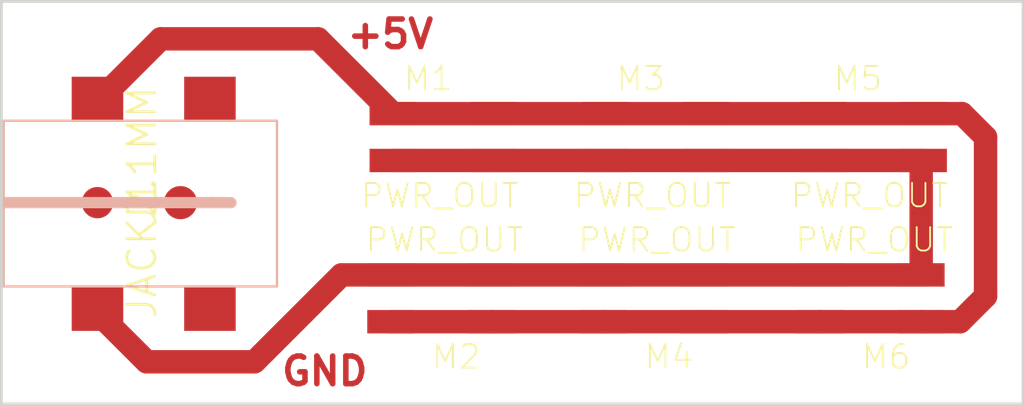
<source format=kicad_pcb>
(kicad_pcb (version 4) (host pcbnew 4.0.6)

  (general
    (links 24)
    (no_connects 0)
    (area 143.005199 101.524999 198.703001 123.519001)
    (thickness 1.6)
    (drawings 6)
    (tracks 36)
    (zones 0)
    (modules 7)
    (nets 4)
  )

  (page A4)
  (layers
    (0 F.Cu signal)
    (31 B.Cu signal)
    (32 B.Adhes user)
    (33 F.Adhes user)
    (34 B.Paste user)
    (35 F.Paste user)
    (36 B.SilkS user)
    (37 F.SilkS user)
    (38 B.Mask user)
    (39 F.Mask user)
    (40 Dwgs.User user)
    (41 Cmts.User user)
    (42 Eco1.User user)
    (43 Eco2.User user)
    (44 Edge.Cuts user)
    (45 Margin user)
    (46 B.CrtYd user)
    (47 F.CrtYd user)
    (48 B.Fab user)
    (49 F.Fab user)
  )

  (setup
    (last_trace_width 1.27)
    (trace_clearance 0.2)
    (zone_clearance 0.508)
    (zone_45_only no)
    (trace_min 0.2)
    (segment_width 0.2)
    (edge_width 0.15)
    (via_size 0.6)
    (via_drill 0.4)
    (via_min_size 0.4)
    (via_min_drill 0.3)
    (uvia_size 0.3)
    (uvia_drill 0.1)
    (uvias_allowed no)
    (uvia_min_size 0.2)
    (uvia_min_drill 0.1)
    (pcb_text_width 0.3)
    (pcb_text_size 1.5 1.5)
    (mod_edge_width 0.15)
    (mod_text_size 1 1)
    (mod_text_width 0.15)
    (pad_size 1.524 1.524)
    (pad_drill 0.762)
    (pad_to_mask_clearance 0.2)
    (aux_axis_origin 0 0)
    (visible_elements FFFFFF7F)
    (pcbplotparams
      (layerselection 0x00030_80000001)
      (usegerberextensions false)
      (excludeedgelayer true)
      (linewidth 0.100000)
      (plotframeref false)
      (viasonmask false)
      (mode 1)
      (useauxorigin false)
      (hpglpennumber 1)
      (hpglpenspeed 20)
      (hpglpendiameter 15)
      (hpglpenoverlay 2)
      (psnegative false)
      (psa4output false)
      (plotreference true)
      (plotvalue true)
      (plotinvisibletext false)
      (padsonsilk false)
      (subtractmaskfromsilk false)
      (outputformat 1)
      (mirror false)
      (drillshape 1)
      (scaleselection 1)
      (outputdirectory ""))
  )

  (net 0 "")
  (net 1 GND)
  (net 2 +5V)
  (net 3 "Net-(J1-PadSHUN)")

  (net_class Default "This is the default net class."
    (clearance 0.2)
    (trace_width 1.27)
    (via_dia 0.6)
    (via_drill 0.4)
    (uvia_dia 0.3)
    (uvia_drill 0.1)
    (add_net +5V)
    (add_net GND)
    (add_net "Net-(J1-PadSHUN)")
  )

  (module fab:fab-JACK_2.1MM (layer F.Cu) (tedit 5A2DCAE8) (tstamp 5A2D62BB)
    (at 150.876 112.522 270)
    (path /5A2D61BF)
    (attr smd)
    (fp_text reference J1 (at 0 0 270) (layer F.SilkS)
      (effects (font (thickness 0.15)))
    )
    (fp_text value JACK2.1MM (at 0 0 270) (layer F.SilkS)
      (effects (font (thickness 0.15)))
    )
    (fp_line (start -4.445 7.493) (end 4.5466 7.493) (layer B.SilkS) (width 0.127))
    (fp_line (start -4.445 7.493) (end -4.445 -7.3152) (layer B.SilkS) (width 0.127))
    (fp_line (start -4.445 -7.3152) (end 4.5466 -7.3152) (layer B.SilkS) (width 0.127))
    (fp_line (start 4.5466 7.493) (end 4.5466 -7.3152) (layer B.SilkS) (width 0.127))
    (fp_line (start 0 7.366) (end 0 2.54) (layer B.SilkS) (width 0.6096))
    (fp_line (start 0 2.54) (end 0 -3.81) (layer B.SilkS) (width 0.6096))
    (fp_line (start 0 -3.81) (end 0 -4.826) (layer B.SilkS) (width 0.6096))
    (pad A smd circle (at 0 -2.087 270) (size 1.8 1.8) (layers F.Cu F.Paste F.Mask))
    (pad CONT smd rect (at 5.7658 2.413 270) (size 2.3876 2.794) (layers F.Cu F.Paste F.Mask)
      (net 1 GND))
    (pad PIN smd rect (at -5.6388 2.413 270) (size 2.3876 2.794) (layers F.Cu F.Paste F.Mask)
      (net 2 +5V))
    (pad PIN1 smd rect (at -5.6388 -3.683 270) (size 2.3876 2.794) (layers F.Cu F.Paste F.Mask))
    (pad SHUN smd rect (at 5.7658 -3.683 270) (size 2.3876 2.794) (layers F.Cu F.Paste F.Mask)
      (net 3 "Net-(J1-PadSHUN)"))
    (pad A smd circle (at 0 2.413 270) (size 1.7 1.7) (layers F.Cu F.Paste F.Mask))
  )

  (module fab:fab-2X02SMD (layer F.Cu) (tedit 200000) (tstamp 5A2D62C3)
    (at 167.019809 108.9628)
    (path /5A2D625C)
    (attr smd)
    (fp_text reference M1 (at -0.635 -3.175) (layer F.SilkS)
      (effects (font (size 1.27 1.27) (thickness 0.1016)))
    )
    (fp_text value PWR_OUT (at 0 3.175) (layer F.SilkS)
      (effects (font (size 1.27 1.27) (thickness 0.1016)))
    )
    (pad 1 smd rect (at -2.54 -1.27) (size 2.54 1.27) (layers F.Cu F.Paste F.Mask)
      (net 2 +5V))
    (pad 2 smd rect (at 2.91846 -1.27) (size 2.54 1.27) (layers F.Cu F.Paste F.Mask)
      (net 2 +5V))
    (pad 3 smd rect (at -2.54 1.27) (size 2.54 1.27) (layers F.Cu F.Paste F.Mask)
      (net 1 GND))
    (pad 4 smd rect (at 2.91846 1.27) (size 2.54 1.27) (layers F.Cu F.Paste F.Mask)
      (net 1 GND))
  )

  (module fab:fab-2X02SMD (layer F.Cu) (tedit 200000) (tstamp 5A2D62CB)
    (at 167.273809 117.7128 180)
    (path /5A2D63F0)
    (attr smd)
    (fp_text reference M2 (at -0.635 -3.175 180) (layer F.SilkS)
      (effects (font (size 1.27 1.27) (thickness 0.1016)))
    )
    (fp_text value PWR_OUT (at 0 3.175 180) (layer F.SilkS)
      (effects (font (size 1.27 1.27) (thickness 0.1016)))
    )
    (pad 1 smd rect (at -2.54 -1.27 180) (size 2.54 1.27) (layers F.Cu F.Paste F.Mask)
      (net 2 +5V))
    (pad 2 smd rect (at 2.91846 -1.27 180) (size 2.54 1.27) (layers F.Cu F.Paste F.Mask)
      (net 2 +5V))
    (pad 3 smd rect (at -2.54 1.27 180) (size 2.54 1.27) (layers F.Cu F.Paste F.Mask)
      (net 1 GND))
    (pad 4 smd rect (at 2.91846 1.27 180) (size 2.54 1.27) (layers F.Cu F.Paste F.Mask)
      (net 1 GND))
  )

  (module fab:fab-2X02SMD (layer F.Cu) (tedit 200000) (tstamp 5A2D62D3)
    (at 178.539809 108.9628)
    (path /5A2D6452)
    (attr smd)
    (fp_text reference M3 (at -0.635 -3.175) (layer F.SilkS)
      (effects (font (size 1.27 1.27) (thickness 0.1016)))
    )
    (fp_text value PWR_OUT (at 0 3.175) (layer F.SilkS)
      (effects (font (size 1.27 1.27) (thickness 0.1016)))
    )
    (pad 1 smd rect (at -2.54 -1.27) (size 2.54 1.27) (layers F.Cu F.Paste F.Mask)
      (net 2 +5V))
    (pad 2 smd rect (at 2.91846 -1.27) (size 2.54 1.27) (layers F.Cu F.Paste F.Mask)
      (net 2 +5V))
    (pad 3 smd rect (at -2.54 1.27) (size 2.54 1.27) (layers F.Cu F.Paste F.Mask)
      (net 1 GND))
    (pad 4 smd rect (at 2.91846 1.27) (size 2.54 1.27) (layers F.Cu F.Paste F.Mask)
      (net 1 GND))
  )

  (module fab:fab-2X02SMD (layer F.Cu) (tedit 200000) (tstamp 5A2D62DB)
    (at 178.793809 117.7128 180)
    (path /5A2D6460)
    (attr smd)
    (fp_text reference M4 (at -0.635 -3.175 180) (layer F.SilkS)
      (effects (font (size 1.27 1.27) (thickness 0.1016)))
    )
    (fp_text value PWR_OUT (at 0 3.175 180) (layer F.SilkS)
      (effects (font (size 1.27 1.27) (thickness 0.1016)))
    )
    (pad 1 smd rect (at -2.54 -1.27 180) (size 2.54 1.27) (layers F.Cu F.Paste F.Mask)
      (net 2 +5V))
    (pad 2 smd rect (at 2.91846 -1.27 180) (size 2.54 1.27) (layers F.Cu F.Paste F.Mask)
      (net 2 +5V))
    (pad 3 smd rect (at -2.54 1.27 180) (size 2.54 1.27) (layers F.Cu F.Paste F.Mask)
      (net 1 GND))
    (pad 4 smd rect (at 2.91846 1.27 180) (size 2.54 1.27) (layers F.Cu F.Paste F.Mask)
      (net 1 GND))
  )

  (module fab:fab-2X02SMD (layer F.Cu) (tedit 200000) (tstamp 5A2D62E3)
    (at 190.313809 108.9628)
    (path /5A2D64B2)
    (attr smd)
    (fp_text reference M5 (at -0.635 -3.175) (layer F.SilkS)
      (effects (font (size 1.27 1.27) (thickness 0.1016)))
    )
    (fp_text value PWR_OUT (at 0 3.175) (layer F.SilkS)
      (effects (font (size 1.27 1.27) (thickness 0.1016)))
    )
    (pad 1 smd rect (at -2.54 -1.27) (size 2.54 1.27) (layers F.Cu F.Paste F.Mask)
      (net 2 +5V))
    (pad 2 smd rect (at 2.91846 -1.27) (size 2.54 1.27) (layers F.Cu F.Paste F.Mask)
      (net 2 +5V))
    (pad 3 smd rect (at -2.54 1.27) (size 2.54 1.27) (layers F.Cu F.Paste F.Mask)
      (net 1 GND))
    (pad 4 smd rect (at 2.91846 1.27) (size 2.54 1.27) (layers F.Cu F.Paste F.Mask)
      (net 1 GND))
  )

  (module fab:fab-2X02SMD (layer F.Cu) (tedit 200000) (tstamp 5A2D62EB)
    (at 190.567809 117.7128 180)
    (path /5A2D64C0)
    (attr smd)
    (fp_text reference M6 (at -0.635 -3.175 180) (layer F.SilkS)
      (effects (font (size 1.27 1.27) (thickness 0.1016)))
    )
    (fp_text value PWR_OUT (at 0 3.175 180) (layer F.SilkS)
      (effects (font (size 1.27 1.27) (thickness 0.1016)))
    )
    (pad 1 smd rect (at -2.54 -1.27 180) (size 2.54 1.27) (layers F.Cu F.Paste F.Mask)
      (net 2 +5V))
    (pad 2 smd rect (at 2.91846 -1.27 180) (size 2.54 1.27) (layers F.Cu F.Paste F.Mask)
      (net 2 +5V))
    (pad 3 smd rect (at -2.54 1.27 180) (size 2.54 1.27) (layers F.Cu F.Paste F.Mask)
      (net 1 GND))
    (pad 4 smd rect (at 2.91846 1.27 180) (size 2.54 1.27) (layers F.Cu F.Paste F.Mask)
      (net 1 GND))
  )

  (gr_text GND (at 160.782 121.666) (layer F.Cu)
    (effects (font (size 1.5 1.5) (thickness 0.3)))
  )
  (gr_text +5V (at 164.338 103.378) (layer F.Cu)
    (effects (font (size 1.5 1.5) (thickness 0.3)))
  )
  (gr_line (start 198.628 101.6) (end 143.256 101.6) (angle 90) (layer Edge.Cuts) (width 0.15))
  (gr_line (start 198.628 123.444) (end 198.628 101.6) (angle 90) (layer Edge.Cuts) (width 0.15))
  (gr_line (start 143.256 123.444) (end 198.628 123.444) (angle 90) (layer Edge.Cuts) (width 0.15))
  (gr_line (start 143.256 101.6) (end 143.256 123.444) (angle 90) (layer Edge.Cuts) (width 0.15))

  (segment (start 181.333809 116.4428) (end 187.649349 116.4428) (width 1.27) (layer F.Cu) (net 1))
  (segment (start 169.938269 110.2328) (end 164.479809 110.2328) (width 1.27) (layer F.Cu) (net 1))
  (segment (start 175.999809 110.2328) (end 169.938269 110.2328) (width 1.27) (layer F.Cu) (net 1))
  (segment (start 181.458269 110.2328) (end 175.999809 110.2328) (width 1.27) (layer F.Cu) (net 1))
  (segment (start 187.773809 110.2328) (end 181.458269 110.2328) (width 1.27) (layer F.Cu) (net 1))
  (segment (start 193.232269 110.2328) (end 187.773809 110.2328) (width 1.27) (layer F.Cu) (net 1))
  (segment (start 193.107809 116.4428) (end 193.107809 110.35726) (width 1.27) (layer F.Cu) (net 1))
  (segment (start 193.107809 110.35726) (end 193.232269 110.2328) (width 1.27) (layer F.Cu) (net 1) (tstamp 5A2D6395))
  (segment (start 187.649349 116.4428) (end 193.107809 116.4428) (width 1.27) (layer F.Cu) (net 1))
  (segment (start 175.875349 116.4428) (end 181.333809 116.4428) (width 1.27) (layer F.Cu) (net 1))
  (segment (start 169.813809 116.4428) (end 175.875349 116.4428) (width 1.27) (layer F.Cu) (net 1))
  (segment (start 164.355349 116.4428) (end 169.813809 116.4428) (width 1.27) (layer F.Cu) (net 1))
  (segment (start 148.463 118.2878) (end 148.463 118.491) (width 1.27) (layer F.Cu) (net 1))
  (segment (start 148.463 118.491) (end 151.13 121.158) (width 1.27) (layer F.Cu) (net 1) (tstamp 5A2D6383))
  (segment (start 151.13 121.158) (end 156.972 121.158) (width 1.27) (layer F.Cu) (net 1) (tstamp 5A2D6384))
  (segment (start 156.972 121.158) (end 161.6872 116.4428) (width 1.27) (layer F.Cu) (net 1) (tstamp 5A2D6385))
  (segment (start 161.6872 116.4428) (end 164.355349 116.4428) (width 1.27) (layer F.Cu) (net 1) (tstamp 5A2D6386))
  (segment (start 169.813809 118.9828) (end 164.355349 118.9828) (width 1.27) (layer F.Cu) (net 2))
  (segment (start 175.875349 118.9828) (end 169.813809 118.9828) (width 1.27) (layer F.Cu) (net 2))
  (segment (start 187.649349 118.9828) (end 181.333809 118.9828) (width 1.27) (layer F.Cu) (net 2))
  (segment (start 181.333809 118.9828) (end 175.875349 118.9828) (width 1.27) (layer F.Cu) (net 2) (tstamp 5A2D63BA))
  (segment (start 193.107809 118.9828) (end 187.649349 118.9828) (width 1.27) (layer F.Cu) (net 2))
  (segment (start 193.232269 107.6928) (end 195.3228 107.6928) (width 1.27) (layer F.Cu) (net 2))
  (segment (start 195.2152 118.9828) (end 193.107809 118.9828) (width 1.27) (layer F.Cu) (net 2) (tstamp 5A2D63B5))
  (segment (start 196.596 117.602) (end 195.2152 118.9828) (width 1.27) (layer F.Cu) (net 2) (tstamp 5A2D63B4))
  (segment (start 196.596 108.966) (end 196.596 117.602) (width 1.27) (layer F.Cu) (net 2) (tstamp 5A2D63B3))
  (segment (start 195.3228 107.6928) (end 196.596 108.966) (width 1.27) (layer F.Cu) (net 2) (tstamp 5A2D63B2))
  (segment (start 181.458269 107.6928) (end 187.773809 107.6928) (width 1.27) (layer F.Cu) (net 2))
  (segment (start 187.773809 107.6928) (end 193.232269 107.6928) (width 1.27) (layer F.Cu) (net 2) (tstamp 5A2D63AF))
  (segment (start 175.999809 107.6928) (end 181.458269 107.6928) (width 1.27) (layer F.Cu) (net 2))
  (segment (start 169.938269 107.6928) (end 175.999809 107.6928) (width 1.27) (layer F.Cu) (net 2))
  (segment (start 164.479809 107.6928) (end 169.938269 107.6928) (width 1.27) (layer F.Cu) (net 2))
  (segment (start 148.463 106.8832) (end 148.6408 106.8832) (width 1.27) (layer F.Cu) (net 2))
  (segment (start 148.6408 106.8832) (end 151.892 103.632) (width 1.27) (layer F.Cu) (net 2) (tstamp 5A2D63A4))
  (segment (start 151.892 103.632) (end 160.419009 103.632) (width 1.27) (layer F.Cu) (net 2) (tstamp 5A2D63A5))
  (segment (start 160.419009 103.632) (end 164.479809 107.6928) (width 1.27) (layer F.Cu) (net 2) (tstamp 5A2D63A6))

)

</source>
